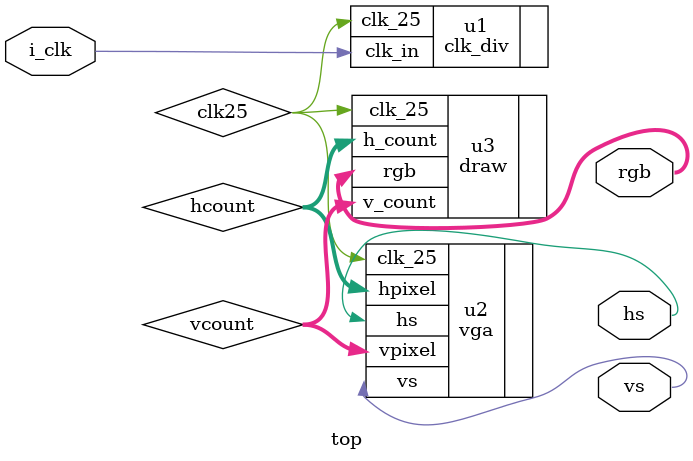
<source format=v>
`timescale 1 ns / 1 ns


module top(i_clk, rgb, vs, hs);
   input        i_clk;
   output [7:0] rgb;
   output       vs;
   output       hs;
   
   
   wire         clk25;
   wire [9:0]   vcount;
   wire [9:0]   hcount;
   wire [3:0]   keynum;
   
   
   clk_div u1(.clk_in(i_clk), .clk_25(clk25));
   
   vga u2(.clk_25(clk25), .vs(vs), .hs(hs), .vpixel(vcount), .hpixel(hcount));
   
   draw u3(.clk_25(clk25), .v_count(vcount), .h_count(hcount), .rgb(rgb));
   
endmodule

</source>
